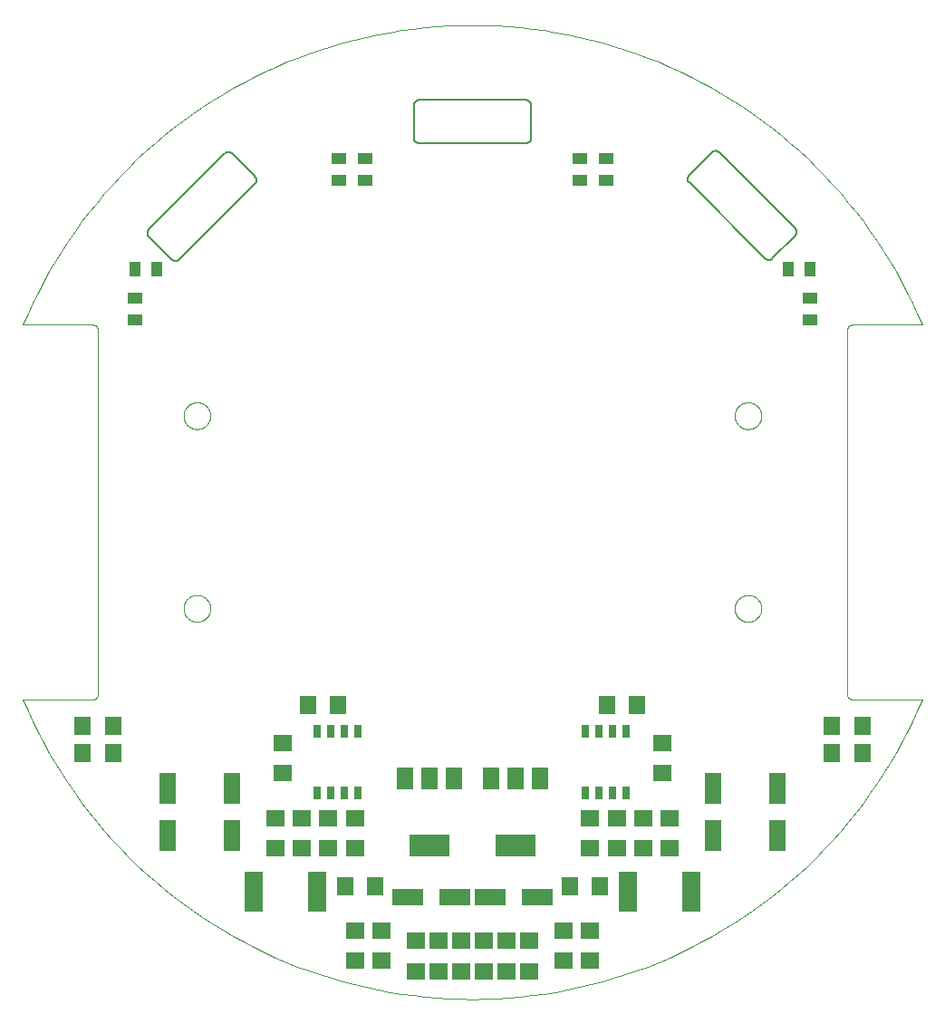
<source format=gtp>
G75*
%MOIN*%
%OFA0B0*%
%FSLAX25Y25*%
%IPPOS*%
%LPD*%
%AMOC8*
5,1,8,0,0,1.08239X$1,22.5*
%
%ADD10C,0.00004*%
%ADD11C,0.00394*%
%ADD12C,0.00600*%
%ADD13R,0.11811X0.06299*%
%ADD14R,0.06299X0.07087*%
%ADD15R,0.06299X0.07098*%
%ADD16R,0.06299X0.11811*%
%ADD17R,0.02992X0.05118*%
%ADD18R,0.07098X0.06299*%
%ADD19R,0.06693X0.14567*%
%ADD20R,0.07087X0.06299*%
%ADD21R,0.05906X0.07874*%
%ADD22R,0.14961X0.07874*%
%ADD23R,0.05512X0.04331*%
%ADD24R,0.04331X0.05512*%
D10*
X0078851Y0183717D02*
X0078853Y0183857D01*
X0078859Y0183997D01*
X0078869Y0184136D01*
X0078883Y0184275D01*
X0078901Y0184414D01*
X0078922Y0184552D01*
X0078948Y0184690D01*
X0078978Y0184827D01*
X0079011Y0184962D01*
X0079049Y0185097D01*
X0079090Y0185231D01*
X0079135Y0185364D01*
X0079183Y0185495D01*
X0079236Y0185624D01*
X0079292Y0185753D01*
X0079351Y0185879D01*
X0079415Y0186004D01*
X0079481Y0186127D01*
X0079552Y0186248D01*
X0079625Y0186367D01*
X0079702Y0186484D01*
X0079783Y0186598D01*
X0079866Y0186710D01*
X0079953Y0186820D01*
X0080043Y0186928D01*
X0080135Y0187032D01*
X0080231Y0187134D01*
X0080330Y0187234D01*
X0080431Y0187330D01*
X0080535Y0187424D01*
X0080642Y0187514D01*
X0080751Y0187601D01*
X0080863Y0187686D01*
X0080977Y0187767D01*
X0081093Y0187845D01*
X0081211Y0187919D01*
X0081332Y0187990D01*
X0081454Y0188058D01*
X0081579Y0188122D01*
X0081705Y0188183D01*
X0081832Y0188240D01*
X0081962Y0188293D01*
X0082093Y0188343D01*
X0082225Y0188388D01*
X0082358Y0188431D01*
X0082493Y0188469D01*
X0082628Y0188503D01*
X0082765Y0188534D01*
X0082902Y0188561D01*
X0083040Y0188583D01*
X0083179Y0188602D01*
X0083318Y0188617D01*
X0083457Y0188628D01*
X0083597Y0188635D01*
X0083737Y0188638D01*
X0083877Y0188637D01*
X0084017Y0188632D01*
X0084156Y0188623D01*
X0084296Y0188610D01*
X0084435Y0188593D01*
X0084573Y0188572D01*
X0084711Y0188548D01*
X0084848Y0188519D01*
X0084984Y0188487D01*
X0085119Y0188450D01*
X0085253Y0188410D01*
X0085386Y0188366D01*
X0085517Y0188318D01*
X0085647Y0188267D01*
X0085776Y0188212D01*
X0085903Y0188153D01*
X0086028Y0188090D01*
X0086151Y0188025D01*
X0086273Y0187955D01*
X0086392Y0187882D01*
X0086510Y0187806D01*
X0086625Y0187727D01*
X0086738Y0187644D01*
X0086848Y0187558D01*
X0086956Y0187469D01*
X0087061Y0187377D01*
X0087164Y0187282D01*
X0087264Y0187184D01*
X0087361Y0187084D01*
X0087455Y0186980D01*
X0087547Y0186874D01*
X0087635Y0186766D01*
X0087720Y0186655D01*
X0087802Y0186541D01*
X0087881Y0186425D01*
X0087956Y0186308D01*
X0088028Y0186188D01*
X0088096Y0186066D01*
X0088161Y0185942D01*
X0088223Y0185816D01*
X0088281Y0185689D01*
X0088335Y0185560D01*
X0088386Y0185429D01*
X0088432Y0185297D01*
X0088475Y0185164D01*
X0088515Y0185030D01*
X0088550Y0184895D01*
X0088582Y0184758D01*
X0088609Y0184621D01*
X0088633Y0184483D01*
X0088653Y0184345D01*
X0088669Y0184206D01*
X0088681Y0184066D01*
X0088689Y0183927D01*
X0088693Y0183787D01*
X0088693Y0183647D01*
X0088689Y0183507D01*
X0088681Y0183368D01*
X0088669Y0183228D01*
X0088653Y0183089D01*
X0088633Y0182951D01*
X0088609Y0182813D01*
X0088582Y0182676D01*
X0088550Y0182539D01*
X0088515Y0182404D01*
X0088475Y0182270D01*
X0088432Y0182137D01*
X0088386Y0182005D01*
X0088335Y0181874D01*
X0088281Y0181745D01*
X0088223Y0181618D01*
X0088161Y0181492D01*
X0088096Y0181368D01*
X0088028Y0181246D01*
X0087956Y0181126D01*
X0087881Y0181009D01*
X0087802Y0180893D01*
X0087720Y0180779D01*
X0087635Y0180668D01*
X0087547Y0180560D01*
X0087455Y0180454D01*
X0087361Y0180350D01*
X0087264Y0180250D01*
X0087164Y0180152D01*
X0087061Y0180057D01*
X0086956Y0179965D01*
X0086848Y0179876D01*
X0086738Y0179790D01*
X0086625Y0179707D01*
X0086510Y0179628D01*
X0086392Y0179552D01*
X0086273Y0179479D01*
X0086151Y0179409D01*
X0086028Y0179344D01*
X0085903Y0179281D01*
X0085776Y0179222D01*
X0085647Y0179167D01*
X0085517Y0179116D01*
X0085386Y0179068D01*
X0085253Y0179024D01*
X0085119Y0178984D01*
X0084984Y0178947D01*
X0084848Y0178915D01*
X0084711Y0178886D01*
X0084573Y0178862D01*
X0084435Y0178841D01*
X0084296Y0178824D01*
X0084156Y0178811D01*
X0084017Y0178802D01*
X0083877Y0178797D01*
X0083737Y0178796D01*
X0083597Y0178799D01*
X0083457Y0178806D01*
X0083318Y0178817D01*
X0083179Y0178832D01*
X0083040Y0178851D01*
X0082902Y0178873D01*
X0082765Y0178900D01*
X0082628Y0178931D01*
X0082493Y0178965D01*
X0082358Y0179003D01*
X0082225Y0179046D01*
X0082093Y0179091D01*
X0081962Y0179141D01*
X0081832Y0179194D01*
X0081705Y0179251D01*
X0081579Y0179312D01*
X0081454Y0179376D01*
X0081332Y0179444D01*
X0081211Y0179515D01*
X0081093Y0179589D01*
X0080977Y0179667D01*
X0080863Y0179748D01*
X0080751Y0179833D01*
X0080642Y0179920D01*
X0080535Y0180010D01*
X0080431Y0180104D01*
X0080330Y0180200D01*
X0080231Y0180300D01*
X0080135Y0180402D01*
X0080043Y0180506D01*
X0079953Y0180614D01*
X0079866Y0180724D01*
X0079783Y0180836D01*
X0079702Y0180950D01*
X0079625Y0181067D01*
X0079552Y0181186D01*
X0079481Y0181307D01*
X0079415Y0181430D01*
X0079351Y0181555D01*
X0079292Y0181681D01*
X0079236Y0181810D01*
X0079183Y0181939D01*
X0079135Y0182070D01*
X0079090Y0182203D01*
X0079049Y0182337D01*
X0079011Y0182472D01*
X0078978Y0182607D01*
X0078948Y0182744D01*
X0078922Y0182882D01*
X0078901Y0183020D01*
X0078883Y0183159D01*
X0078869Y0183298D01*
X0078859Y0183437D01*
X0078853Y0183577D01*
X0078851Y0183717D01*
X0078851Y0254583D02*
X0078853Y0254723D01*
X0078859Y0254863D01*
X0078869Y0255002D01*
X0078883Y0255141D01*
X0078901Y0255280D01*
X0078922Y0255418D01*
X0078948Y0255556D01*
X0078978Y0255693D01*
X0079011Y0255828D01*
X0079049Y0255963D01*
X0079090Y0256097D01*
X0079135Y0256230D01*
X0079183Y0256361D01*
X0079236Y0256490D01*
X0079292Y0256619D01*
X0079351Y0256745D01*
X0079415Y0256870D01*
X0079481Y0256993D01*
X0079552Y0257114D01*
X0079625Y0257233D01*
X0079702Y0257350D01*
X0079783Y0257464D01*
X0079866Y0257576D01*
X0079953Y0257686D01*
X0080043Y0257794D01*
X0080135Y0257898D01*
X0080231Y0258000D01*
X0080330Y0258100D01*
X0080431Y0258196D01*
X0080535Y0258290D01*
X0080642Y0258380D01*
X0080751Y0258467D01*
X0080863Y0258552D01*
X0080977Y0258633D01*
X0081093Y0258711D01*
X0081211Y0258785D01*
X0081332Y0258856D01*
X0081454Y0258924D01*
X0081579Y0258988D01*
X0081705Y0259049D01*
X0081832Y0259106D01*
X0081962Y0259159D01*
X0082093Y0259209D01*
X0082225Y0259254D01*
X0082358Y0259297D01*
X0082493Y0259335D01*
X0082628Y0259369D01*
X0082765Y0259400D01*
X0082902Y0259427D01*
X0083040Y0259449D01*
X0083179Y0259468D01*
X0083318Y0259483D01*
X0083457Y0259494D01*
X0083597Y0259501D01*
X0083737Y0259504D01*
X0083877Y0259503D01*
X0084017Y0259498D01*
X0084156Y0259489D01*
X0084296Y0259476D01*
X0084435Y0259459D01*
X0084573Y0259438D01*
X0084711Y0259414D01*
X0084848Y0259385D01*
X0084984Y0259353D01*
X0085119Y0259316D01*
X0085253Y0259276D01*
X0085386Y0259232D01*
X0085517Y0259184D01*
X0085647Y0259133D01*
X0085776Y0259078D01*
X0085903Y0259019D01*
X0086028Y0258956D01*
X0086151Y0258891D01*
X0086273Y0258821D01*
X0086392Y0258748D01*
X0086510Y0258672D01*
X0086625Y0258593D01*
X0086738Y0258510D01*
X0086848Y0258424D01*
X0086956Y0258335D01*
X0087061Y0258243D01*
X0087164Y0258148D01*
X0087264Y0258050D01*
X0087361Y0257950D01*
X0087455Y0257846D01*
X0087547Y0257740D01*
X0087635Y0257632D01*
X0087720Y0257521D01*
X0087802Y0257407D01*
X0087881Y0257291D01*
X0087956Y0257174D01*
X0088028Y0257054D01*
X0088096Y0256932D01*
X0088161Y0256808D01*
X0088223Y0256682D01*
X0088281Y0256555D01*
X0088335Y0256426D01*
X0088386Y0256295D01*
X0088432Y0256163D01*
X0088475Y0256030D01*
X0088515Y0255896D01*
X0088550Y0255761D01*
X0088582Y0255624D01*
X0088609Y0255487D01*
X0088633Y0255349D01*
X0088653Y0255211D01*
X0088669Y0255072D01*
X0088681Y0254932D01*
X0088689Y0254793D01*
X0088693Y0254653D01*
X0088693Y0254513D01*
X0088689Y0254373D01*
X0088681Y0254234D01*
X0088669Y0254094D01*
X0088653Y0253955D01*
X0088633Y0253817D01*
X0088609Y0253679D01*
X0088582Y0253542D01*
X0088550Y0253405D01*
X0088515Y0253270D01*
X0088475Y0253136D01*
X0088432Y0253003D01*
X0088386Y0252871D01*
X0088335Y0252740D01*
X0088281Y0252611D01*
X0088223Y0252484D01*
X0088161Y0252358D01*
X0088096Y0252234D01*
X0088028Y0252112D01*
X0087956Y0251992D01*
X0087881Y0251875D01*
X0087802Y0251759D01*
X0087720Y0251645D01*
X0087635Y0251534D01*
X0087547Y0251426D01*
X0087455Y0251320D01*
X0087361Y0251216D01*
X0087264Y0251116D01*
X0087164Y0251018D01*
X0087061Y0250923D01*
X0086956Y0250831D01*
X0086848Y0250742D01*
X0086738Y0250656D01*
X0086625Y0250573D01*
X0086510Y0250494D01*
X0086392Y0250418D01*
X0086273Y0250345D01*
X0086151Y0250275D01*
X0086028Y0250210D01*
X0085903Y0250147D01*
X0085776Y0250088D01*
X0085647Y0250033D01*
X0085517Y0249982D01*
X0085386Y0249934D01*
X0085253Y0249890D01*
X0085119Y0249850D01*
X0084984Y0249813D01*
X0084848Y0249781D01*
X0084711Y0249752D01*
X0084573Y0249728D01*
X0084435Y0249707D01*
X0084296Y0249690D01*
X0084156Y0249677D01*
X0084017Y0249668D01*
X0083877Y0249663D01*
X0083737Y0249662D01*
X0083597Y0249665D01*
X0083457Y0249672D01*
X0083318Y0249683D01*
X0083179Y0249698D01*
X0083040Y0249717D01*
X0082902Y0249739D01*
X0082765Y0249766D01*
X0082628Y0249797D01*
X0082493Y0249831D01*
X0082358Y0249869D01*
X0082225Y0249912D01*
X0082093Y0249957D01*
X0081962Y0250007D01*
X0081832Y0250060D01*
X0081705Y0250117D01*
X0081579Y0250178D01*
X0081454Y0250242D01*
X0081332Y0250310D01*
X0081211Y0250381D01*
X0081093Y0250455D01*
X0080977Y0250533D01*
X0080863Y0250614D01*
X0080751Y0250699D01*
X0080642Y0250786D01*
X0080535Y0250876D01*
X0080431Y0250970D01*
X0080330Y0251066D01*
X0080231Y0251166D01*
X0080135Y0251268D01*
X0080043Y0251372D01*
X0079953Y0251480D01*
X0079866Y0251590D01*
X0079783Y0251702D01*
X0079702Y0251816D01*
X0079625Y0251933D01*
X0079552Y0252052D01*
X0079481Y0252173D01*
X0079415Y0252296D01*
X0079351Y0252421D01*
X0079292Y0252547D01*
X0079236Y0252676D01*
X0079183Y0252805D01*
X0079135Y0252936D01*
X0079090Y0253069D01*
X0079049Y0253203D01*
X0079011Y0253338D01*
X0078978Y0253473D01*
X0078948Y0253610D01*
X0078922Y0253748D01*
X0078901Y0253886D01*
X0078883Y0254025D01*
X0078869Y0254164D01*
X0078859Y0254303D01*
X0078853Y0254443D01*
X0078851Y0254583D01*
X0281607Y0254583D02*
X0281609Y0254723D01*
X0281615Y0254863D01*
X0281625Y0255002D01*
X0281639Y0255141D01*
X0281657Y0255280D01*
X0281678Y0255418D01*
X0281704Y0255556D01*
X0281734Y0255693D01*
X0281767Y0255828D01*
X0281805Y0255963D01*
X0281846Y0256097D01*
X0281891Y0256230D01*
X0281939Y0256361D01*
X0281992Y0256490D01*
X0282048Y0256619D01*
X0282107Y0256745D01*
X0282171Y0256870D01*
X0282237Y0256993D01*
X0282308Y0257114D01*
X0282381Y0257233D01*
X0282458Y0257350D01*
X0282539Y0257464D01*
X0282622Y0257576D01*
X0282709Y0257686D01*
X0282799Y0257794D01*
X0282891Y0257898D01*
X0282987Y0258000D01*
X0283086Y0258100D01*
X0283187Y0258196D01*
X0283291Y0258290D01*
X0283398Y0258380D01*
X0283507Y0258467D01*
X0283619Y0258552D01*
X0283733Y0258633D01*
X0283849Y0258711D01*
X0283967Y0258785D01*
X0284088Y0258856D01*
X0284210Y0258924D01*
X0284335Y0258988D01*
X0284461Y0259049D01*
X0284588Y0259106D01*
X0284718Y0259159D01*
X0284849Y0259209D01*
X0284981Y0259254D01*
X0285114Y0259297D01*
X0285249Y0259335D01*
X0285384Y0259369D01*
X0285521Y0259400D01*
X0285658Y0259427D01*
X0285796Y0259449D01*
X0285935Y0259468D01*
X0286074Y0259483D01*
X0286213Y0259494D01*
X0286353Y0259501D01*
X0286493Y0259504D01*
X0286633Y0259503D01*
X0286773Y0259498D01*
X0286912Y0259489D01*
X0287052Y0259476D01*
X0287191Y0259459D01*
X0287329Y0259438D01*
X0287467Y0259414D01*
X0287604Y0259385D01*
X0287740Y0259353D01*
X0287875Y0259316D01*
X0288009Y0259276D01*
X0288142Y0259232D01*
X0288273Y0259184D01*
X0288403Y0259133D01*
X0288532Y0259078D01*
X0288659Y0259019D01*
X0288784Y0258956D01*
X0288907Y0258891D01*
X0289029Y0258821D01*
X0289148Y0258748D01*
X0289266Y0258672D01*
X0289381Y0258593D01*
X0289494Y0258510D01*
X0289604Y0258424D01*
X0289712Y0258335D01*
X0289817Y0258243D01*
X0289920Y0258148D01*
X0290020Y0258050D01*
X0290117Y0257950D01*
X0290211Y0257846D01*
X0290303Y0257740D01*
X0290391Y0257632D01*
X0290476Y0257521D01*
X0290558Y0257407D01*
X0290637Y0257291D01*
X0290712Y0257174D01*
X0290784Y0257054D01*
X0290852Y0256932D01*
X0290917Y0256808D01*
X0290979Y0256682D01*
X0291037Y0256555D01*
X0291091Y0256426D01*
X0291142Y0256295D01*
X0291188Y0256163D01*
X0291231Y0256030D01*
X0291271Y0255896D01*
X0291306Y0255761D01*
X0291338Y0255624D01*
X0291365Y0255487D01*
X0291389Y0255349D01*
X0291409Y0255211D01*
X0291425Y0255072D01*
X0291437Y0254932D01*
X0291445Y0254793D01*
X0291449Y0254653D01*
X0291449Y0254513D01*
X0291445Y0254373D01*
X0291437Y0254234D01*
X0291425Y0254094D01*
X0291409Y0253955D01*
X0291389Y0253817D01*
X0291365Y0253679D01*
X0291338Y0253542D01*
X0291306Y0253405D01*
X0291271Y0253270D01*
X0291231Y0253136D01*
X0291188Y0253003D01*
X0291142Y0252871D01*
X0291091Y0252740D01*
X0291037Y0252611D01*
X0290979Y0252484D01*
X0290917Y0252358D01*
X0290852Y0252234D01*
X0290784Y0252112D01*
X0290712Y0251992D01*
X0290637Y0251875D01*
X0290558Y0251759D01*
X0290476Y0251645D01*
X0290391Y0251534D01*
X0290303Y0251426D01*
X0290211Y0251320D01*
X0290117Y0251216D01*
X0290020Y0251116D01*
X0289920Y0251018D01*
X0289817Y0250923D01*
X0289712Y0250831D01*
X0289604Y0250742D01*
X0289494Y0250656D01*
X0289381Y0250573D01*
X0289266Y0250494D01*
X0289148Y0250418D01*
X0289029Y0250345D01*
X0288907Y0250275D01*
X0288784Y0250210D01*
X0288659Y0250147D01*
X0288532Y0250088D01*
X0288403Y0250033D01*
X0288273Y0249982D01*
X0288142Y0249934D01*
X0288009Y0249890D01*
X0287875Y0249850D01*
X0287740Y0249813D01*
X0287604Y0249781D01*
X0287467Y0249752D01*
X0287329Y0249728D01*
X0287191Y0249707D01*
X0287052Y0249690D01*
X0286912Y0249677D01*
X0286773Y0249668D01*
X0286633Y0249663D01*
X0286493Y0249662D01*
X0286353Y0249665D01*
X0286213Y0249672D01*
X0286074Y0249683D01*
X0285935Y0249698D01*
X0285796Y0249717D01*
X0285658Y0249739D01*
X0285521Y0249766D01*
X0285384Y0249797D01*
X0285249Y0249831D01*
X0285114Y0249869D01*
X0284981Y0249912D01*
X0284849Y0249957D01*
X0284718Y0250007D01*
X0284588Y0250060D01*
X0284461Y0250117D01*
X0284335Y0250178D01*
X0284210Y0250242D01*
X0284088Y0250310D01*
X0283967Y0250381D01*
X0283849Y0250455D01*
X0283733Y0250533D01*
X0283619Y0250614D01*
X0283507Y0250699D01*
X0283398Y0250786D01*
X0283291Y0250876D01*
X0283187Y0250970D01*
X0283086Y0251066D01*
X0282987Y0251166D01*
X0282891Y0251268D01*
X0282799Y0251372D01*
X0282709Y0251480D01*
X0282622Y0251590D01*
X0282539Y0251702D01*
X0282458Y0251816D01*
X0282381Y0251933D01*
X0282308Y0252052D01*
X0282237Y0252173D01*
X0282171Y0252296D01*
X0282107Y0252421D01*
X0282048Y0252547D01*
X0281992Y0252676D01*
X0281939Y0252805D01*
X0281891Y0252936D01*
X0281846Y0253069D01*
X0281805Y0253203D01*
X0281767Y0253338D01*
X0281734Y0253473D01*
X0281704Y0253610D01*
X0281678Y0253748D01*
X0281657Y0253886D01*
X0281639Y0254025D01*
X0281625Y0254164D01*
X0281615Y0254303D01*
X0281609Y0254443D01*
X0281607Y0254583D01*
X0281607Y0183717D02*
X0281609Y0183857D01*
X0281615Y0183997D01*
X0281625Y0184136D01*
X0281639Y0184275D01*
X0281657Y0184414D01*
X0281678Y0184552D01*
X0281704Y0184690D01*
X0281734Y0184827D01*
X0281767Y0184962D01*
X0281805Y0185097D01*
X0281846Y0185231D01*
X0281891Y0185364D01*
X0281939Y0185495D01*
X0281992Y0185624D01*
X0282048Y0185753D01*
X0282107Y0185879D01*
X0282171Y0186004D01*
X0282237Y0186127D01*
X0282308Y0186248D01*
X0282381Y0186367D01*
X0282458Y0186484D01*
X0282539Y0186598D01*
X0282622Y0186710D01*
X0282709Y0186820D01*
X0282799Y0186928D01*
X0282891Y0187032D01*
X0282987Y0187134D01*
X0283086Y0187234D01*
X0283187Y0187330D01*
X0283291Y0187424D01*
X0283398Y0187514D01*
X0283507Y0187601D01*
X0283619Y0187686D01*
X0283733Y0187767D01*
X0283849Y0187845D01*
X0283967Y0187919D01*
X0284088Y0187990D01*
X0284210Y0188058D01*
X0284335Y0188122D01*
X0284461Y0188183D01*
X0284588Y0188240D01*
X0284718Y0188293D01*
X0284849Y0188343D01*
X0284981Y0188388D01*
X0285114Y0188431D01*
X0285249Y0188469D01*
X0285384Y0188503D01*
X0285521Y0188534D01*
X0285658Y0188561D01*
X0285796Y0188583D01*
X0285935Y0188602D01*
X0286074Y0188617D01*
X0286213Y0188628D01*
X0286353Y0188635D01*
X0286493Y0188638D01*
X0286633Y0188637D01*
X0286773Y0188632D01*
X0286912Y0188623D01*
X0287052Y0188610D01*
X0287191Y0188593D01*
X0287329Y0188572D01*
X0287467Y0188548D01*
X0287604Y0188519D01*
X0287740Y0188487D01*
X0287875Y0188450D01*
X0288009Y0188410D01*
X0288142Y0188366D01*
X0288273Y0188318D01*
X0288403Y0188267D01*
X0288532Y0188212D01*
X0288659Y0188153D01*
X0288784Y0188090D01*
X0288907Y0188025D01*
X0289029Y0187955D01*
X0289148Y0187882D01*
X0289266Y0187806D01*
X0289381Y0187727D01*
X0289494Y0187644D01*
X0289604Y0187558D01*
X0289712Y0187469D01*
X0289817Y0187377D01*
X0289920Y0187282D01*
X0290020Y0187184D01*
X0290117Y0187084D01*
X0290211Y0186980D01*
X0290303Y0186874D01*
X0290391Y0186766D01*
X0290476Y0186655D01*
X0290558Y0186541D01*
X0290637Y0186425D01*
X0290712Y0186308D01*
X0290784Y0186188D01*
X0290852Y0186066D01*
X0290917Y0185942D01*
X0290979Y0185816D01*
X0291037Y0185689D01*
X0291091Y0185560D01*
X0291142Y0185429D01*
X0291188Y0185297D01*
X0291231Y0185164D01*
X0291271Y0185030D01*
X0291306Y0184895D01*
X0291338Y0184758D01*
X0291365Y0184621D01*
X0291389Y0184483D01*
X0291409Y0184345D01*
X0291425Y0184206D01*
X0291437Y0184066D01*
X0291445Y0183927D01*
X0291449Y0183787D01*
X0291449Y0183647D01*
X0291445Y0183507D01*
X0291437Y0183368D01*
X0291425Y0183228D01*
X0291409Y0183089D01*
X0291389Y0182951D01*
X0291365Y0182813D01*
X0291338Y0182676D01*
X0291306Y0182539D01*
X0291271Y0182404D01*
X0291231Y0182270D01*
X0291188Y0182137D01*
X0291142Y0182005D01*
X0291091Y0181874D01*
X0291037Y0181745D01*
X0290979Y0181618D01*
X0290917Y0181492D01*
X0290852Y0181368D01*
X0290784Y0181246D01*
X0290712Y0181126D01*
X0290637Y0181009D01*
X0290558Y0180893D01*
X0290476Y0180779D01*
X0290391Y0180668D01*
X0290303Y0180560D01*
X0290211Y0180454D01*
X0290117Y0180350D01*
X0290020Y0180250D01*
X0289920Y0180152D01*
X0289817Y0180057D01*
X0289712Y0179965D01*
X0289604Y0179876D01*
X0289494Y0179790D01*
X0289381Y0179707D01*
X0289266Y0179628D01*
X0289148Y0179552D01*
X0289029Y0179479D01*
X0288907Y0179409D01*
X0288784Y0179344D01*
X0288659Y0179281D01*
X0288532Y0179222D01*
X0288403Y0179167D01*
X0288273Y0179116D01*
X0288142Y0179068D01*
X0288009Y0179024D01*
X0287875Y0178984D01*
X0287740Y0178947D01*
X0287604Y0178915D01*
X0287467Y0178886D01*
X0287329Y0178862D01*
X0287191Y0178841D01*
X0287052Y0178824D01*
X0286912Y0178811D01*
X0286773Y0178802D01*
X0286633Y0178797D01*
X0286493Y0178796D01*
X0286353Y0178799D01*
X0286213Y0178806D01*
X0286074Y0178817D01*
X0285935Y0178832D01*
X0285796Y0178851D01*
X0285658Y0178873D01*
X0285521Y0178900D01*
X0285384Y0178931D01*
X0285249Y0178965D01*
X0285114Y0179003D01*
X0284981Y0179046D01*
X0284849Y0179091D01*
X0284718Y0179141D01*
X0284588Y0179194D01*
X0284461Y0179251D01*
X0284335Y0179312D01*
X0284210Y0179376D01*
X0284088Y0179444D01*
X0283967Y0179515D01*
X0283849Y0179589D01*
X0283733Y0179667D01*
X0283619Y0179748D01*
X0283507Y0179833D01*
X0283398Y0179920D01*
X0283291Y0180010D01*
X0283187Y0180104D01*
X0283086Y0180200D01*
X0282987Y0180300D01*
X0282891Y0180402D01*
X0282799Y0180506D01*
X0282709Y0180614D01*
X0282622Y0180724D01*
X0282539Y0180836D01*
X0282458Y0180950D01*
X0282381Y0181067D01*
X0282308Y0181186D01*
X0282237Y0181307D01*
X0282171Y0181430D01*
X0282107Y0181555D01*
X0282048Y0181681D01*
X0281992Y0181810D01*
X0281939Y0181939D01*
X0281891Y0182070D01*
X0281846Y0182203D01*
X0281805Y0182337D01*
X0281767Y0182472D01*
X0281734Y0182607D01*
X0281704Y0182744D01*
X0281678Y0182882D01*
X0281657Y0183020D01*
X0281639Y0183159D01*
X0281625Y0183298D01*
X0281615Y0183437D01*
X0281609Y0183577D01*
X0281607Y0183717D01*
D11*
X0322945Y0152221D02*
X0322945Y0286079D01*
X0322947Y0286165D01*
X0322952Y0286251D01*
X0322962Y0286336D01*
X0322975Y0286421D01*
X0322992Y0286505D01*
X0323012Y0286589D01*
X0323036Y0286671D01*
X0323064Y0286752D01*
X0323095Y0286833D01*
X0323129Y0286911D01*
X0323167Y0286988D01*
X0323209Y0287064D01*
X0323253Y0287137D01*
X0323301Y0287208D01*
X0323352Y0287278D01*
X0323406Y0287345D01*
X0323462Y0287409D01*
X0323522Y0287471D01*
X0323584Y0287531D01*
X0323648Y0287587D01*
X0323715Y0287641D01*
X0323785Y0287692D01*
X0323856Y0287740D01*
X0323930Y0287784D01*
X0324005Y0287826D01*
X0324082Y0287864D01*
X0324160Y0287898D01*
X0324241Y0287929D01*
X0324322Y0287957D01*
X0324404Y0287981D01*
X0324488Y0288001D01*
X0324572Y0288018D01*
X0324657Y0288031D01*
X0324742Y0288041D01*
X0324828Y0288046D01*
X0324914Y0288048D01*
X0350504Y0288048D01*
X0350504Y0150252D02*
X0324914Y0150252D01*
X0324828Y0150254D01*
X0324742Y0150259D01*
X0324657Y0150269D01*
X0324572Y0150282D01*
X0324488Y0150299D01*
X0324404Y0150319D01*
X0324322Y0150343D01*
X0324241Y0150371D01*
X0324160Y0150402D01*
X0324082Y0150436D01*
X0324005Y0150474D01*
X0323930Y0150516D01*
X0323856Y0150560D01*
X0323785Y0150608D01*
X0323715Y0150659D01*
X0323648Y0150713D01*
X0323584Y0150769D01*
X0323522Y0150829D01*
X0323462Y0150891D01*
X0323406Y0150955D01*
X0323352Y0151022D01*
X0323301Y0151092D01*
X0323253Y0151163D01*
X0323209Y0151237D01*
X0323167Y0151312D01*
X0323129Y0151389D01*
X0323095Y0151467D01*
X0323064Y0151548D01*
X0323036Y0151629D01*
X0323012Y0151711D01*
X0322992Y0151795D01*
X0322975Y0151879D01*
X0322962Y0151964D01*
X0322952Y0152049D01*
X0322947Y0152135D01*
X0322945Y0152221D01*
X0350504Y0288048D02*
X0348767Y0292078D01*
X0346931Y0296064D01*
X0344999Y0300004D01*
X0342970Y0303896D01*
X0340846Y0307737D01*
X0338630Y0311524D01*
X0336321Y0315257D01*
X0333921Y0318931D01*
X0331432Y0322546D01*
X0328855Y0326098D01*
X0326192Y0329586D01*
X0323444Y0333009D01*
X0320613Y0336362D01*
X0317701Y0339646D01*
X0314709Y0342857D01*
X0311640Y0345993D01*
X0308495Y0349054D01*
X0305275Y0352037D01*
X0301984Y0354940D01*
X0298622Y0357761D01*
X0295193Y0360499D01*
X0291697Y0363153D01*
X0288137Y0365720D01*
X0284516Y0368198D01*
X0280835Y0370588D01*
X0277096Y0372887D01*
X0273302Y0375093D01*
X0269455Y0377206D01*
X0265558Y0379223D01*
X0261613Y0381145D01*
X0257621Y0382970D01*
X0253586Y0384696D01*
X0249510Y0386323D01*
X0245396Y0387849D01*
X0241245Y0389275D01*
X0237060Y0390598D01*
X0232845Y0391818D01*
X0228600Y0392935D01*
X0224330Y0393947D01*
X0220036Y0394854D01*
X0215721Y0395656D01*
X0211388Y0396352D01*
X0207039Y0396942D01*
X0202677Y0397424D01*
X0198305Y0397800D01*
X0193924Y0398069D01*
X0189538Y0398230D01*
X0185150Y0398284D01*
X0180762Y0398230D01*
X0176376Y0398069D01*
X0171995Y0397800D01*
X0167623Y0397424D01*
X0163261Y0396942D01*
X0158912Y0396352D01*
X0154579Y0395656D01*
X0150264Y0394854D01*
X0145970Y0393947D01*
X0141700Y0392935D01*
X0137455Y0391818D01*
X0133240Y0390598D01*
X0129055Y0389275D01*
X0124904Y0387849D01*
X0120790Y0386323D01*
X0116714Y0384696D01*
X0112679Y0382970D01*
X0108687Y0381145D01*
X0104742Y0379223D01*
X0100845Y0377206D01*
X0096998Y0375093D01*
X0093204Y0372887D01*
X0089465Y0370588D01*
X0085784Y0368198D01*
X0082163Y0365720D01*
X0078603Y0363153D01*
X0075107Y0360499D01*
X0071678Y0357761D01*
X0068316Y0354940D01*
X0065025Y0352037D01*
X0061805Y0349054D01*
X0058660Y0345993D01*
X0055591Y0342857D01*
X0052599Y0339646D01*
X0049687Y0336362D01*
X0046856Y0333009D01*
X0044108Y0329586D01*
X0041445Y0326098D01*
X0038868Y0322546D01*
X0036379Y0318931D01*
X0033979Y0315257D01*
X0031670Y0311524D01*
X0029454Y0307737D01*
X0027330Y0303896D01*
X0025301Y0300004D01*
X0023369Y0296064D01*
X0021533Y0292078D01*
X0019796Y0288048D01*
X0045386Y0288048D01*
X0045472Y0288046D01*
X0045558Y0288041D01*
X0045643Y0288031D01*
X0045728Y0288018D01*
X0045812Y0288001D01*
X0045896Y0287981D01*
X0045978Y0287957D01*
X0046059Y0287929D01*
X0046140Y0287898D01*
X0046218Y0287864D01*
X0046295Y0287826D01*
X0046371Y0287784D01*
X0046444Y0287740D01*
X0046515Y0287692D01*
X0046585Y0287641D01*
X0046652Y0287587D01*
X0046716Y0287531D01*
X0046778Y0287471D01*
X0046838Y0287409D01*
X0046894Y0287345D01*
X0046948Y0287278D01*
X0046999Y0287208D01*
X0047047Y0287137D01*
X0047091Y0287064D01*
X0047133Y0286988D01*
X0047171Y0286911D01*
X0047205Y0286833D01*
X0047236Y0286752D01*
X0047264Y0286671D01*
X0047288Y0286589D01*
X0047308Y0286505D01*
X0047325Y0286421D01*
X0047338Y0286336D01*
X0047348Y0286251D01*
X0047353Y0286165D01*
X0047355Y0286079D01*
X0047355Y0152221D01*
X0047353Y0152135D01*
X0047348Y0152049D01*
X0047338Y0151964D01*
X0047325Y0151879D01*
X0047308Y0151795D01*
X0047288Y0151711D01*
X0047264Y0151629D01*
X0047236Y0151548D01*
X0047205Y0151467D01*
X0047171Y0151389D01*
X0047133Y0151312D01*
X0047091Y0151237D01*
X0047047Y0151163D01*
X0046999Y0151092D01*
X0046948Y0151022D01*
X0046894Y0150955D01*
X0046838Y0150891D01*
X0046778Y0150829D01*
X0046716Y0150769D01*
X0046652Y0150713D01*
X0046585Y0150659D01*
X0046515Y0150608D01*
X0046444Y0150560D01*
X0046371Y0150516D01*
X0046295Y0150474D01*
X0046218Y0150436D01*
X0046140Y0150402D01*
X0046059Y0150371D01*
X0045978Y0150343D01*
X0045896Y0150319D01*
X0045812Y0150299D01*
X0045728Y0150282D01*
X0045643Y0150269D01*
X0045558Y0150259D01*
X0045472Y0150254D01*
X0045386Y0150252D01*
X0019796Y0150252D01*
X0021533Y0146222D01*
X0023369Y0142236D01*
X0025301Y0138296D01*
X0027330Y0134404D01*
X0029454Y0130563D01*
X0031670Y0126776D01*
X0033979Y0123043D01*
X0036379Y0119369D01*
X0038868Y0115754D01*
X0041445Y0112202D01*
X0044108Y0108714D01*
X0046856Y0105291D01*
X0049687Y0101938D01*
X0052599Y0098654D01*
X0055591Y0095443D01*
X0058660Y0092307D01*
X0061805Y0089246D01*
X0065025Y0086263D01*
X0068316Y0083360D01*
X0071678Y0080539D01*
X0075107Y0077801D01*
X0078603Y0075147D01*
X0082163Y0072580D01*
X0085784Y0070102D01*
X0089465Y0067712D01*
X0093204Y0065413D01*
X0096998Y0063207D01*
X0100845Y0061094D01*
X0104742Y0059077D01*
X0108687Y0057155D01*
X0112679Y0055330D01*
X0116714Y0053604D01*
X0120790Y0051977D01*
X0124904Y0050451D01*
X0129055Y0049025D01*
X0133240Y0047702D01*
X0137455Y0046482D01*
X0141700Y0045365D01*
X0145970Y0044353D01*
X0150264Y0043446D01*
X0154579Y0042644D01*
X0158912Y0041948D01*
X0163261Y0041358D01*
X0167623Y0040876D01*
X0171995Y0040500D01*
X0176376Y0040231D01*
X0180762Y0040070D01*
X0185150Y0040016D01*
X0189538Y0040070D01*
X0193924Y0040231D01*
X0198305Y0040500D01*
X0202677Y0040876D01*
X0207039Y0041358D01*
X0211388Y0041948D01*
X0215721Y0042644D01*
X0220036Y0043446D01*
X0224330Y0044353D01*
X0228600Y0045365D01*
X0232845Y0046482D01*
X0237060Y0047702D01*
X0241245Y0049025D01*
X0245396Y0050451D01*
X0249510Y0051977D01*
X0253586Y0053604D01*
X0257621Y0055330D01*
X0261613Y0057155D01*
X0265558Y0059077D01*
X0269455Y0061094D01*
X0273302Y0063207D01*
X0277096Y0065413D01*
X0280835Y0067712D01*
X0284516Y0070102D01*
X0288137Y0072580D01*
X0291697Y0075147D01*
X0295193Y0077801D01*
X0298622Y0080539D01*
X0301984Y0083360D01*
X0305275Y0086263D01*
X0308495Y0089246D01*
X0311640Y0092307D01*
X0314709Y0095443D01*
X0317701Y0098654D01*
X0320613Y0101938D01*
X0323444Y0105291D01*
X0326192Y0108714D01*
X0328855Y0112202D01*
X0331432Y0115754D01*
X0333921Y0119369D01*
X0336321Y0123043D01*
X0338630Y0126776D01*
X0340846Y0130563D01*
X0342970Y0134404D01*
X0344999Y0138296D01*
X0346931Y0142236D01*
X0348767Y0146222D01*
X0350504Y0150252D01*
D12*
X0295469Y0312527D02*
X0303821Y0320878D01*
X0303881Y0320940D01*
X0303937Y0321004D01*
X0303991Y0321071D01*
X0304042Y0321141D01*
X0304090Y0321212D01*
X0304134Y0321286D01*
X0304176Y0321361D01*
X0304214Y0321438D01*
X0304248Y0321516D01*
X0304279Y0321597D01*
X0304307Y0321678D01*
X0304331Y0321760D01*
X0304351Y0321844D01*
X0304368Y0321928D01*
X0304381Y0322013D01*
X0304391Y0322098D01*
X0304396Y0322184D01*
X0304398Y0322270D01*
X0304396Y0322356D01*
X0304391Y0322442D01*
X0304381Y0322527D01*
X0304368Y0322612D01*
X0304351Y0322696D01*
X0304331Y0322780D01*
X0304307Y0322862D01*
X0304279Y0322943D01*
X0304248Y0323024D01*
X0304214Y0323102D01*
X0304176Y0323179D01*
X0304134Y0323255D01*
X0304090Y0323328D01*
X0304042Y0323399D01*
X0303991Y0323469D01*
X0303937Y0323536D01*
X0303881Y0323600D01*
X0303821Y0323662D01*
X0275982Y0351501D01*
X0275920Y0351561D01*
X0275856Y0351617D01*
X0275789Y0351671D01*
X0275719Y0351722D01*
X0275648Y0351770D01*
X0275575Y0351814D01*
X0275499Y0351856D01*
X0275422Y0351894D01*
X0275344Y0351928D01*
X0275263Y0351959D01*
X0275182Y0351987D01*
X0275100Y0352011D01*
X0275016Y0352031D01*
X0274932Y0352048D01*
X0274847Y0352061D01*
X0274762Y0352071D01*
X0274676Y0352076D01*
X0274590Y0352078D01*
X0274504Y0352076D01*
X0274418Y0352071D01*
X0274333Y0352061D01*
X0274248Y0352048D01*
X0274164Y0352031D01*
X0274080Y0352011D01*
X0273998Y0351987D01*
X0273917Y0351959D01*
X0273836Y0351928D01*
X0273758Y0351894D01*
X0273681Y0351856D01*
X0273606Y0351814D01*
X0273532Y0351770D01*
X0273461Y0351722D01*
X0273391Y0351671D01*
X0273324Y0351617D01*
X0273260Y0351561D01*
X0273198Y0351501D01*
X0264846Y0343149D01*
X0264846Y0343150D02*
X0264786Y0343088D01*
X0264730Y0343024D01*
X0264676Y0342957D01*
X0264625Y0342887D01*
X0264577Y0342816D01*
X0264533Y0342743D01*
X0264491Y0342667D01*
X0264453Y0342590D01*
X0264419Y0342512D01*
X0264388Y0342431D01*
X0264360Y0342350D01*
X0264336Y0342268D01*
X0264316Y0342184D01*
X0264299Y0342100D01*
X0264286Y0342015D01*
X0264276Y0341930D01*
X0264271Y0341844D01*
X0264269Y0341758D01*
X0264271Y0341672D01*
X0264276Y0341586D01*
X0264286Y0341501D01*
X0264299Y0341416D01*
X0264316Y0341332D01*
X0264336Y0341248D01*
X0264360Y0341166D01*
X0264388Y0341085D01*
X0264419Y0341004D01*
X0264453Y0340926D01*
X0264491Y0340849D01*
X0264533Y0340774D01*
X0264577Y0340700D01*
X0264625Y0340629D01*
X0264676Y0340559D01*
X0264730Y0340492D01*
X0264786Y0340428D01*
X0264846Y0340366D01*
X0292685Y0312527D01*
X0292747Y0312467D01*
X0292811Y0312411D01*
X0292878Y0312357D01*
X0292948Y0312306D01*
X0293019Y0312258D01*
X0293093Y0312214D01*
X0293168Y0312172D01*
X0293245Y0312134D01*
X0293323Y0312100D01*
X0293404Y0312069D01*
X0293485Y0312041D01*
X0293567Y0312017D01*
X0293651Y0311997D01*
X0293735Y0311980D01*
X0293820Y0311967D01*
X0293905Y0311957D01*
X0293991Y0311952D01*
X0294077Y0311950D01*
X0294163Y0311952D01*
X0294249Y0311957D01*
X0294334Y0311967D01*
X0294419Y0311980D01*
X0294503Y0311997D01*
X0294587Y0312017D01*
X0294669Y0312041D01*
X0294750Y0312069D01*
X0294831Y0312100D01*
X0294909Y0312134D01*
X0294986Y0312172D01*
X0295062Y0312214D01*
X0295135Y0312258D01*
X0295206Y0312306D01*
X0295276Y0312357D01*
X0295343Y0312411D01*
X0295407Y0312467D01*
X0295469Y0312527D01*
X0206804Y0356945D02*
X0206804Y0368756D01*
X0206802Y0368842D01*
X0206797Y0368928D01*
X0206787Y0369013D01*
X0206774Y0369098D01*
X0206757Y0369182D01*
X0206737Y0369266D01*
X0206713Y0369348D01*
X0206685Y0369429D01*
X0206654Y0369510D01*
X0206620Y0369588D01*
X0206582Y0369665D01*
X0206540Y0369741D01*
X0206496Y0369814D01*
X0206448Y0369885D01*
X0206397Y0369955D01*
X0206343Y0370022D01*
X0206287Y0370086D01*
X0206227Y0370148D01*
X0206165Y0370208D01*
X0206101Y0370264D01*
X0206034Y0370318D01*
X0205964Y0370369D01*
X0205893Y0370417D01*
X0205820Y0370461D01*
X0205744Y0370503D01*
X0205667Y0370541D01*
X0205589Y0370575D01*
X0205508Y0370606D01*
X0205427Y0370634D01*
X0205345Y0370658D01*
X0205261Y0370678D01*
X0205177Y0370695D01*
X0205092Y0370708D01*
X0205007Y0370718D01*
X0204921Y0370723D01*
X0204835Y0370725D01*
X0165465Y0370725D01*
X0165379Y0370723D01*
X0165293Y0370718D01*
X0165208Y0370708D01*
X0165123Y0370695D01*
X0165039Y0370678D01*
X0164955Y0370658D01*
X0164873Y0370634D01*
X0164792Y0370606D01*
X0164711Y0370575D01*
X0164633Y0370541D01*
X0164556Y0370503D01*
X0164481Y0370461D01*
X0164407Y0370417D01*
X0164336Y0370369D01*
X0164266Y0370318D01*
X0164199Y0370264D01*
X0164135Y0370208D01*
X0164073Y0370148D01*
X0164013Y0370086D01*
X0163957Y0370022D01*
X0163903Y0369955D01*
X0163852Y0369885D01*
X0163804Y0369814D01*
X0163760Y0369741D01*
X0163718Y0369665D01*
X0163680Y0369588D01*
X0163646Y0369510D01*
X0163615Y0369429D01*
X0163587Y0369348D01*
X0163563Y0369266D01*
X0163543Y0369182D01*
X0163526Y0369098D01*
X0163513Y0369013D01*
X0163503Y0368928D01*
X0163498Y0368842D01*
X0163496Y0368756D01*
X0163496Y0356945D01*
X0163498Y0356859D01*
X0163503Y0356773D01*
X0163513Y0356688D01*
X0163526Y0356603D01*
X0163543Y0356519D01*
X0163563Y0356435D01*
X0163587Y0356353D01*
X0163615Y0356272D01*
X0163646Y0356191D01*
X0163680Y0356113D01*
X0163718Y0356036D01*
X0163760Y0355961D01*
X0163804Y0355887D01*
X0163852Y0355816D01*
X0163903Y0355746D01*
X0163957Y0355679D01*
X0164013Y0355615D01*
X0164073Y0355553D01*
X0164135Y0355493D01*
X0164199Y0355437D01*
X0164266Y0355383D01*
X0164336Y0355332D01*
X0164407Y0355284D01*
X0164481Y0355240D01*
X0164556Y0355198D01*
X0164633Y0355160D01*
X0164711Y0355126D01*
X0164792Y0355095D01*
X0164873Y0355067D01*
X0164955Y0355043D01*
X0165039Y0355023D01*
X0165123Y0355006D01*
X0165208Y0354993D01*
X0165293Y0354983D01*
X0165379Y0354978D01*
X0165465Y0354976D01*
X0165465Y0354977D02*
X0204835Y0354977D01*
X0204835Y0354976D02*
X0204921Y0354978D01*
X0205007Y0354983D01*
X0205092Y0354993D01*
X0205177Y0355006D01*
X0205261Y0355023D01*
X0205345Y0355043D01*
X0205427Y0355067D01*
X0205508Y0355095D01*
X0205589Y0355126D01*
X0205667Y0355160D01*
X0205744Y0355198D01*
X0205820Y0355240D01*
X0205893Y0355284D01*
X0205964Y0355332D01*
X0206034Y0355383D01*
X0206101Y0355437D01*
X0206165Y0355493D01*
X0206227Y0355553D01*
X0206287Y0355615D01*
X0206343Y0355679D01*
X0206397Y0355746D01*
X0206448Y0355816D01*
X0206496Y0355887D01*
X0206540Y0355961D01*
X0206582Y0356036D01*
X0206620Y0356113D01*
X0206654Y0356191D01*
X0206685Y0356272D01*
X0206713Y0356353D01*
X0206737Y0356435D01*
X0206757Y0356519D01*
X0206774Y0356603D01*
X0206787Y0356688D01*
X0206797Y0356773D01*
X0206802Y0356859D01*
X0206804Y0356945D01*
X0105067Y0342740D02*
X0096715Y0351092D01*
X0096653Y0351152D01*
X0096589Y0351208D01*
X0096522Y0351262D01*
X0096452Y0351313D01*
X0096381Y0351361D01*
X0096308Y0351405D01*
X0096232Y0351447D01*
X0096155Y0351485D01*
X0096077Y0351519D01*
X0095996Y0351550D01*
X0095915Y0351578D01*
X0095833Y0351602D01*
X0095749Y0351622D01*
X0095665Y0351639D01*
X0095580Y0351652D01*
X0095495Y0351662D01*
X0095409Y0351667D01*
X0095323Y0351669D01*
X0095237Y0351667D01*
X0095151Y0351662D01*
X0095066Y0351652D01*
X0094981Y0351639D01*
X0094897Y0351622D01*
X0094813Y0351602D01*
X0094731Y0351578D01*
X0094650Y0351550D01*
X0094569Y0351519D01*
X0094491Y0351485D01*
X0094414Y0351447D01*
X0094339Y0351405D01*
X0094265Y0351361D01*
X0094194Y0351313D01*
X0094124Y0351262D01*
X0094057Y0351208D01*
X0093993Y0351152D01*
X0093931Y0351092D01*
X0066092Y0323253D01*
X0066032Y0323191D01*
X0065976Y0323127D01*
X0065922Y0323060D01*
X0065871Y0322990D01*
X0065823Y0322919D01*
X0065779Y0322846D01*
X0065737Y0322770D01*
X0065699Y0322693D01*
X0065665Y0322615D01*
X0065634Y0322534D01*
X0065606Y0322453D01*
X0065582Y0322371D01*
X0065562Y0322287D01*
X0065545Y0322203D01*
X0065532Y0322118D01*
X0065522Y0322033D01*
X0065517Y0321947D01*
X0065515Y0321861D01*
X0065517Y0321775D01*
X0065522Y0321689D01*
X0065532Y0321604D01*
X0065545Y0321519D01*
X0065562Y0321435D01*
X0065582Y0321351D01*
X0065606Y0321269D01*
X0065634Y0321188D01*
X0065665Y0321107D01*
X0065699Y0321029D01*
X0065737Y0320952D01*
X0065779Y0320877D01*
X0065823Y0320803D01*
X0065871Y0320732D01*
X0065922Y0320662D01*
X0065976Y0320595D01*
X0066032Y0320531D01*
X0066092Y0320469D01*
X0074444Y0312117D01*
X0074506Y0312057D01*
X0074570Y0312001D01*
X0074637Y0311947D01*
X0074707Y0311896D01*
X0074778Y0311848D01*
X0074852Y0311804D01*
X0074927Y0311762D01*
X0075004Y0311724D01*
X0075082Y0311690D01*
X0075163Y0311659D01*
X0075244Y0311631D01*
X0075326Y0311607D01*
X0075410Y0311587D01*
X0075494Y0311570D01*
X0075579Y0311557D01*
X0075664Y0311547D01*
X0075750Y0311542D01*
X0075836Y0311540D01*
X0075922Y0311542D01*
X0076008Y0311547D01*
X0076093Y0311557D01*
X0076178Y0311570D01*
X0076262Y0311587D01*
X0076346Y0311607D01*
X0076428Y0311631D01*
X0076509Y0311659D01*
X0076590Y0311690D01*
X0076668Y0311724D01*
X0076745Y0311762D01*
X0076821Y0311804D01*
X0076894Y0311848D01*
X0076965Y0311896D01*
X0077035Y0311947D01*
X0077102Y0312001D01*
X0077166Y0312057D01*
X0077228Y0312117D01*
X0105067Y0339956D01*
X0105127Y0340018D01*
X0105183Y0340082D01*
X0105237Y0340149D01*
X0105288Y0340219D01*
X0105336Y0340290D01*
X0105380Y0340364D01*
X0105422Y0340439D01*
X0105460Y0340516D01*
X0105494Y0340594D01*
X0105525Y0340675D01*
X0105553Y0340756D01*
X0105577Y0340838D01*
X0105597Y0340922D01*
X0105614Y0341006D01*
X0105627Y0341091D01*
X0105637Y0341176D01*
X0105642Y0341262D01*
X0105644Y0341348D01*
X0105642Y0341434D01*
X0105637Y0341520D01*
X0105627Y0341605D01*
X0105614Y0341690D01*
X0105597Y0341774D01*
X0105577Y0341858D01*
X0105553Y0341940D01*
X0105525Y0342021D01*
X0105494Y0342102D01*
X0105460Y0342180D01*
X0105422Y0342257D01*
X0105380Y0342333D01*
X0105336Y0342406D01*
X0105288Y0342477D01*
X0105237Y0342547D01*
X0105183Y0342614D01*
X0105127Y0342678D01*
X0105067Y0342740D01*
D13*
X0161331Y0077418D03*
X0178654Y0077418D03*
X0191646Y0077418D03*
X0208969Y0077418D03*
D14*
X0220977Y0081355D03*
X0232000Y0081355D03*
X0234756Y0148284D03*
X0245780Y0148284D03*
X0149323Y0081355D03*
X0138300Y0081355D03*
X0135544Y0148284D03*
X0124520Y0148284D03*
D15*
X0052953Y0140410D03*
X0052953Y0130567D03*
X0041756Y0130567D03*
X0041756Y0140410D03*
X0317347Y0140410D03*
X0317347Y0130567D03*
X0328544Y0130567D03*
X0328544Y0140410D03*
D16*
X0072945Y0100252D03*
X0072945Y0117575D03*
X0096567Y0117575D03*
X0096567Y0100252D03*
X0273733Y0100252D03*
X0273733Y0117575D03*
X0297355Y0117575D03*
X0297355Y0100252D03*
D17*
X0241489Y0115941D03*
X0236489Y0115941D03*
X0231489Y0115941D03*
X0226489Y0115941D03*
X0226489Y0138441D03*
X0231489Y0138441D03*
X0236489Y0138441D03*
X0241489Y0138441D03*
X0143063Y0138441D03*
X0138063Y0138441D03*
X0133063Y0138441D03*
X0128063Y0138441D03*
X0128063Y0115941D03*
X0133063Y0115941D03*
X0138063Y0115941D03*
X0143063Y0115941D03*
D18*
X0141843Y0106638D03*
X0132000Y0106638D03*
X0122158Y0106638D03*
X0112709Y0106638D03*
X0112709Y0095441D03*
X0122158Y0095441D03*
X0132000Y0095441D03*
X0141843Y0095441D03*
X0141843Y0065300D03*
X0141843Y0054103D03*
X0164481Y0050166D03*
X0172748Y0050166D03*
X0181016Y0050166D03*
X0189284Y0050166D03*
X0197552Y0050166D03*
X0205819Y0050166D03*
X0205819Y0061363D03*
X0197552Y0061363D03*
X0189284Y0061363D03*
X0181016Y0061363D03*
X0172748Y0061363D03*
X0164481Y0061363D03*
X0228457Y0065300D03*
X0228457Y0054103D03*
X0228457Y0095441D03*
X0238300Y0095441D03*
X0248142Y0095441D03*
X0257591Y0095441D03*
X0257591Y0106638D03*
X0248142Y0106638D03*
X0238300Y0106638D03*
X0228457Y0106638D03*
D19*
X0242433Y0079386D03*
X0265662Y0079386D03*
X0127867Y0079386D03*
X0104638Y0079386D03*
D20*
X0115465Y0123087D03*
X0115465Y0134111D03*
X0151685Y0065213D03*
X0151685Y0054189D03*
X0218615Y0054189D03*
X0218615Y0065213D03*
X0254835Y0123087D03*
X0254835Y0134111D03*
D21*
X0209953Y0121315D03*
X0200898Y0121315D03*
X0191843Y0121315D03*
X0178457Y0121315D03*
X0169402Y0121315D03*
X0160347Y0121315D03*
D22*
X0169402Y0096512D03*
X0200898Y0096512D03*
D23*
X0309166Y0290016D03*
X0309166Y0297890D03*
X0234363Y0341197D03*
X0234363Y0349071D03*
X0224520Y0349071D03*
X0224520Y0341197D03*
X0145780Y0341197D03*
X0145780Y0349071D03*
X0135937Y0349071D03*
X0135937Y0341197D03*
X0061134Y0297890D03*
X0061134Y0290016D03*
D24*
X0061134Y0308520D03*
X0069008Y0308520D03*
X0301292Y0308520D03*
X0309166Y0308520D03*
M02*

</source>
